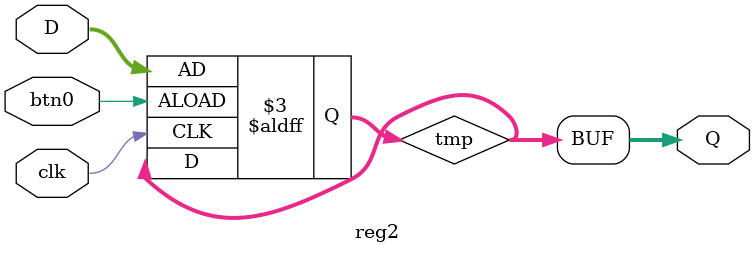
<source format=v>
`timescale 1ns / 1ps


module reg2(
input btn0,
input clk,
input [7:0] D,
output [7:0] Q
);
reg [7:0] tmp;

always @ (posedge (btn0), posedge (clk))
begin
    if (btn0 == 1)
         tmp <= D;    
end
assign Q = tmp;
endmodule

</source>
